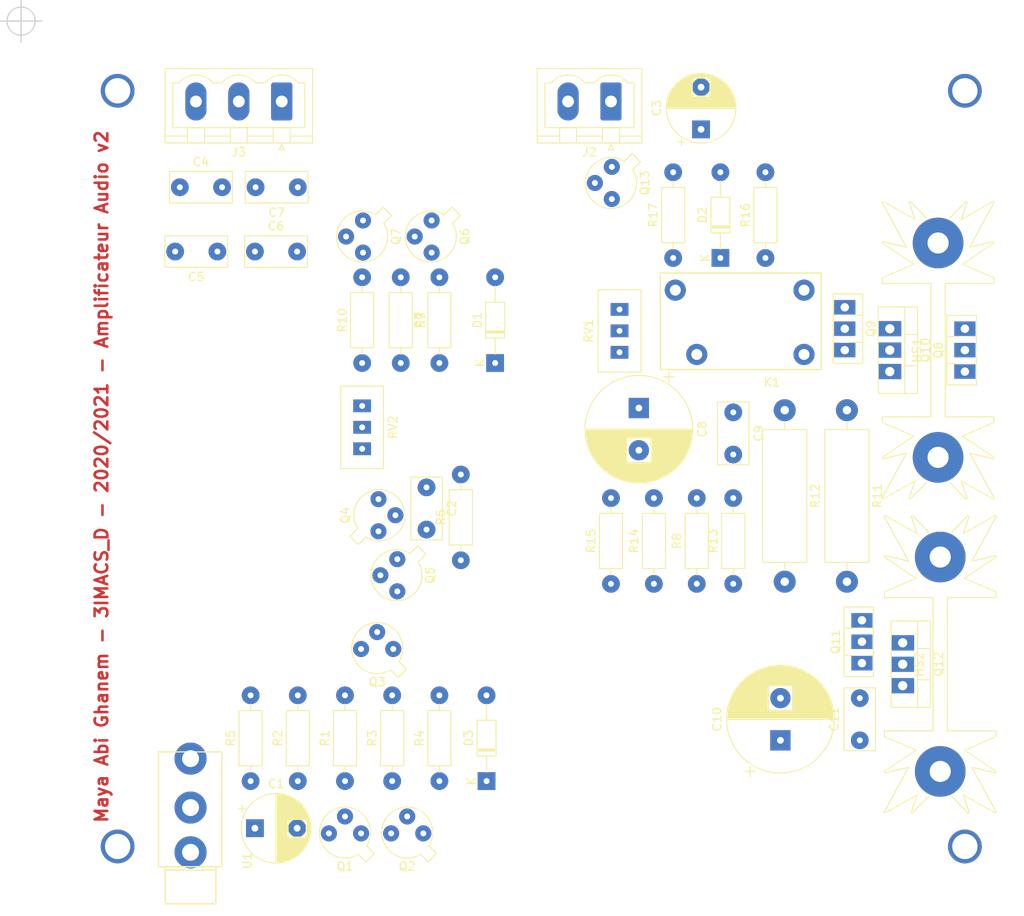
<source format=kicad_pcb>
(kicad_pcb (version 20171130) (host pcbnew 5.0.2-bee76a0~70~ubuntu18.04.1)
  (layers (0 F.Cu signal) (31 B.Cu signal) (34 B.Paste user) (35 F.Paste user) (36 B.SilkS user) (37 F.SilkS user) (38 B.Mask user) (39 F.Mask user) (44 Edge.Cuts user))
  (net 0 "")
  (net 1 "Net-(C1-Pad2)")
  (net 2 "Net-(C1-Pad1)")
  (net 3 "Net-(C2-Pad1)")
  (net 4 "Net-(C2-Pad2)")
  (net 5 "Net-(C3-Pad1)")
  (net 6 -12V)
  (net 7 GND)
  (net 8 +12V)
  (net 9 "Net-(D1-Pad2)")
  (net 10 "Net-(D2-Pad1)")
  (net 11 "Net-(D3-Pad2)")
  (net 12 "Net-(J2-Pad2)")
  (net 13 "Net-(K1-Padc1)")
  (net 14 "Net-(Q1-Pad1)")
  (net 15 "Net-(Q2-Pad3)")
  (net 16 "Net-(Q2-Pad2)")
  (net 17 "Net-(Q3-Pad1)")
  (net 18 "Net-(Q4-Pad1)")
  (net 19 "Net-(Q5-Pad1)")
  (net 20 "Net-(Q6-Pad1)")
  (net 21 "Net-(Q6-Pad2)")
  (net 22 "Net-(Q6-Pad3)")
  (net 23 "Net-(Q7-Pad1)")
  (net 24 "Net-(Q8-Pad3)")
  (net 25 "Net-(Q10-Pad2)")
  (net 26 "Net-(Q10-Pad1)")
  (net 27 "Net-(Q11-Pad2)")
  (net 28 "Net-(Q11-Pad1)")
  (net 29 "Net-(R8-Pad2)")
  (net 30 "Net-(R10-Pad1)")
  (net 31 "Net-(U1-PadTN)")
  (module CmpAmpliAudio:CP_Radial_D8.0mm_P5.00mm (layer F.Cu) (at 53.086 134.366)
    (fp_text reference C1 (at 2.5 -5.25) (layer F.SilkS))
    (fp_text value 47u)
    (pad 2 thru_hole circle (at 5 0) (size 2.1 2.1) (drill 0.8) (layers *.Cu *.Mask) (net 1 "Net-(C1-Pad2)"))
    (pad 1 thru_hole rect (at 0 0) (size 2.1 2.1) (drill 0.8) (layers *.Cu *.Mask) (net 2 "Net-(C1-Pad1)"))
  )
  (module CmpAmpliAudio:C_Rect_L7.2mm_W3.5mm_P5.00mm_FKS2_FKP2_MKS2_MKP2 (layer F.Cu) (at 73.406 93.98 270)
    (fp_text reference C2 (at 2.5 -3 270) (layer F.SilkS))
    (fp_text value C)
    (pad 1 thru_hole circle (at 0 0 270) (size 2.1 2.1) (drill 0.7) (layers *.Cu *.Mask) (net 3 "Net-(C2-Pad1)"))
    (pad 2 thru_hole circle (at 5 0 270) (size 2.1 2.1) (drill 0.7) (layers *.Cu *.Mask) (net 4 "Net-(C2-Pad2)"))
  )
  (module CmpAmpliAudio:CP_Radial_D8.0mm_P5.00mm (layer F.Cu) (at 105.918 51.562 90)
    (fp_text reference C3 (at 2.5 -5.25 90) (layer F.SilkS))
    (fp_text value 47u)
    (pad 1 thru_hole rect (at 0 0 90) (size 2.1 2.1) (drill 0.8) (layers *.Cu *.Mask) (net 5 "Net-(C3-Pad1)"))
    (pad 2 thru_hole circle (at 5 0 90) (size 2.1 2.1) (drill 0.8) (layers *.Cu *.Mask) (net 6 -12V))
  )
  (module CmpAmpliAudio:C_Rect_L7.2mm_W3.5mm_P5.00mm_FKS2_FKP2_MKS2_MKP2 (layer F.Cu) (at 44.196 58.42)
    (fp_text reference C4 (at 2.5 -3) (layer F.SilkS))
    (fp_text value 10u)
    (pad 2 thru_hole circle (at 5 0) (size 2.1 2.1) (drill 0.7) (layers *.Cu *.Mask) (net 7 GND))
    (pad 1 thru_hole circle (at 0 0) (size 2.1 2.1) (drill 0.7) (layers *.Cu *.Mask) (net 8 +12V))
  )
  (module CmpAmpliAudio:C_Rect_L7.2mm_W3.5mm_P5.00mm_FKS2_FKP2_MKS2_MKP2 (layer F.Cu) (at 48.641 66.04 180)
    (fp_text reference C5 (at 2.5 -3 180) (layer F.SilkS))
    (fp_text value 100n)
    (pad 1 thru_hole circle (at 0 0 180) (size 2.1 2.1) (drill 0.7) (layers *.Cu *.Mask) (net 7 GND))
    (pad 2 thru_hole circle (at 5 0 180) (size 2.1 2.1) (drill 0.7) (layers *.Cu *.Mask) (net 8 +12V))
  )
  (module CmpAmpliAudio:C_Rect_L7.2mm_W3.5mm_P5.00mm_FKS2_FKP2_MKS2_MKP2 (layer F.Cu) (at 53.086 66.04)
    (fp_text reference C6 (at 2.5 -3) (layer F.SilkS))
    (fp_text value 10u)
    (pad 1 thru_hole circle (at 0 0) (size 2.1 2.1) (drill 0.7) (layers *.Cu *.Mask) (net 7 GND))
    (pad 2 thru_hole circle (at 5 0) (size 2.1 2.1) (drill 0.7) (layers *.Cu *.Mask) (net 6 -12V))
  )
  (module CmpAmpliAudio:C_Rect_L7.2mm_W3.5mm_P5.00mm_FKS2_FKP2_MKS2_MKP2 (layer F.Cu) (at 58.166 58.42 180)
    (fp_text reference C7 (at 2.5 -3 180) (layer F.SilkS))
    (fp_text value 100n)
    (pad 2 thru_hole circle (at 5 0 180) (size 2.1 2.1) (drill 0.7) (layers *.Cu *.Mask) (net 7 GND))
    (pad 1 thru_hole circle (at 0 0 180) (size 2.1 2.1) (drill 0.7) (layers *.Cu *.Mask) (net 6 -12V))
  )
  (module CmpAmpliAudio:CP_Radial_D12.5mm_P5.00mm (layer F.Cu) (at 98.552 84.582 270)
    (fp_text reference C8 (at 2.5 -7.5 270) (layer F.SilkS))
    (fp_text value 470u)
    (pad 1 thru_hole rect (at 0 0 270) (size 2.4 2.4) (drill 0.8) (layers *.Cu *.Mask) (net 8 +12V))
    (pad 2 thru_hole circle (at 5 0 270) (size 2.4 2.4) (drill 0.8) (layers *.Cu *.Mask) (net 7 GND))
  )
  (module CmpAmpliAudio:C_Rect_L7.2mm_W3.5mm_P5.00mm_FKS2_FKP2_MKS2_MKP2 (layer F.Cu) (at 109.728 85.09 270)
    (fp_text reference C9 (at 2.5 -3 270) (layer F.SilkS))
    (fp_text value 100n)
    (pad 1 thru_hole circle (at 0 0 270) (size 2.1 2.1) (drill 0.7) (layers *.Cu *.Mask) (net 8 +12V))
    (pad 2 thru_hole circle (at 5 0 270) (size 2.1 2.1) (drill 0.7) (layers *.Cu *.Mask) (net 7 GND))
  )
  (module CmpAmpliAudio:CP_Radial_D12.5mm_P5.00mm (layer F.Cu) (at 115.316 123.952 90)
    (fp_text reference C10 (at 2.5 -7.5 90) (layer F.SilkS))
    (fp_text value 470u)
    (pad 2 thru_hole circle (at 5 0 90) (size 2.4 2.4) (drill 0.8) (layers *.Cu *.Mask) (net 6 -12V))
    (pad 1 thru_hole rect (at 0 0 90) (size 2.4 2.4) (drill 0.8) (layers *.Cu *.Mask) (net 7 GND))
  )
  (module CmpAmpliAudio:C_Rect_L7.2mm_W3.5mm_P5.00mm_FKS2_FKP2_MKS2_MKP2 (layer F.Cu) (at 124.714 123.952 90)
    (fp_text reference C11 (at 2.5 -3 90) (layer F.SilkS))
    (fp_text value C)
    (pad 2 thru_hole circle (at 5 0 90) (size 2.1 2.1) (drill 0.7) (layers *.Cu *.Mask) (net 6 -12V))
    (pad 1 thru_hole circle (at 0 0 90) (size 2.1 2.1) (drill 0.7) (layers *.Cu *.Mask) (net 7 GND))
  )
  (module CmpAmpliAudio:D_DO-35_SOD27_P10.16mm_Horizontal (layer F.Cu) (at 81.534 79.248 90)
    (fp_text reference D1 (at 5.08 -2.12 90) (layer F.SilkS))
    (fp_text value D)
    (fp_text user K (at 0 -1.8 90) (layer F.SilkS))
    (pad 1 thru_hole rect (at 0 0 90) (size 2.1 2.1) (drill 0.7) (layers *.Cu *.Mask) (net 8 +12V))
    (pad 2 thru_hole oval (at 10.16 0 90) (size 2.1 2.1) (drill 0.7) (layers *.Cu *.Mask) (net 9 "Net-(D1-Pad2)"))
  )
  (module CmpAmpliAudio:D_DO-35_SOD27_P10.16mm_Horizontal (layer F.Cu) (at 108.204 66.802 90)
    (fp_text reference D2 (at 5.08 -2.12 90) (layer F.SilkS))
    (fp_text value D)
    (fp_text user K (at 0 -1.8 90) (layer F.SilkS))
    (pad 2 thru_hole oval (at 10.16 0 90) (size 2.1 2.1) (drill 0.7) (layers *.Cu *.Mask) (net 5 "Net-(C3-Pad1)"))
    (pad 1 thru_hole rect (at 0 0 90) (size 2.1 2.1) (drill 0.7) (layers *.Cu *.Mask) (net 10 "Net-(D2-Pad1)"))
  )
  (module CmpAmpliAudio:D_DO-35_SOD27_P10.16mm_Horizontal (layer F.Cu) (at 80.518 128.778 90)
    (fp_text reference D3 (at 5.08 -2.12 90) (layer F.SilkS))
    (fp_text value D_Zener)
    (fp_text user K (at 0 -1.8 90) (layer F.SilkS))
    (pad 1 thru_hole rect (at 0 0 90) (size 2.1 2.1) (drill 0.7) (layers *.Cu *.Mask) (net 8 +12V))
    (pad 2 thru_hole oval (at 10.16 0 90) (size 2.1 2.1) (drill 0.7) (layers *.Cu *.Mask) (net 11 "Net-(D3-Pad2)"))
  )
  (module CmpAmpliAudio:Heatsink_Fischer_SK104-STC-STIC_35x13mm_2xDrill2.5mm (layer F.Cu) (at 133.985 77.724 90)
    (fp_text reference HS1 (at -0.025 -2.5 90) (layer F.SilkS))
    (fp_text value Heatsink)
    (pad 1 thru_hole circle (at 12.7 0 90) (size 6 6) (drill 2.5) (layers *.Cu *.Mask))
    (pad 1 thru_hole circle (at -12.7 0 270) (size 6 6) (drill 2.5) (layers *.Cu *.Mask))
  )
  (module CmpAmpliAudio:Heatsink_Fischer_SK104-STC-STIC_35x13mm_2xDrill2.5mm (layer F.Cu) (at 134.239 114.935 90)
    (fp_text reference HS2 (at -0.025 -2.5 90) (layer F.SilkS))
    (fp_text value Heatsink)
    (pad 1 thru_hole circle (at -12.7 0 270) (size 6 6) (drill 2.5) (layers *.Cu *.Mask))
    (pad 1 thru_hole circle (at 12.7 0 90) (size 6 6) (drill 2.5) (layers *.Cu *.Mask))
  )
  (module CmpAmpliAudio:PhoenixContact_MSTBVA_2,5_2-G-5,08_1x02_P5.08mm_Vertical (layer F.Cu) (at 95.25 48.26 180)
    (fp_text reference J2 (at 2.54 -6 180) (layer F.SilkS))
    (fp_text value Conn_01x02)
    (pad 1 thru_hole roundrect (at 0 0 180) (size 2.5 4.5) (drill 1.4) (layers *.Cu *.Mask) (roundrect_rratio 0.12) (net 7 GND))
    (pad 2 thru_hole oval (at 5.08 0 180) (size 2.5 4.5) (drill 1.4) (layers *.Cu *.Mask) (net 12 "Net-(J2-Pad2)"))
  )
  (module CmpAmpliAudio:PhoenixContact_MSTBVA_2,5_3-G-5,08_1x03_P5.08mm_Vertical (layer F.Cu) (at 56.261 48.26 180)
    (fp_text reference J3 (at 5.08 -6 180) (layer F.SilkS))
    (fp_text value Conn_01x03)
    (pad 1 thru_hole roundrect (at 0 0 180) (size 2.5 4.5) (drill 1.4) (layers *.Cu *.Mask) (roundrect_rratio 0.12) (net 6 -12V))
    (pad 2 thru_hole oval (at 5.08 0 180) (size 2.5 4.5) (drill 1.4) (layers *.Cu *.Mask) (net 7 GND))
    (pad 3 thru_hole oval (at 10.16 0 180) (size 2.5 4.5) (drill 1.4) (layers *.Cu *.Mask) (net 8 +12V))
  )
  (module be_elec_footprint:Relais_112LMH2 (layer F.Cu) (at 114.3 82.042 180)
    (fp_text reference K1 (at 0 0.5 180) (layer F.SilkS))
    (fp_text value Relay_1CT)
    (pad b1 thru_hole circle (at -3.81 3.81 180) (size 2.5 2.5) (drill 1.3) (layers *.Cu *.Mask) (net 9 "Net-(D1-Pad2)"))
    (pad c1 thru_hole circle (at -3.81 11.43 180) (size 2.5 2.5) (drill 1.3) (layers *.Cu *.Mask) (net 13 "Net-(K1-Padc1)"))
    (pad b2 thru_hole circle (at 8.89 3.81 180) (size 2.5 2.5) (drill 1.3) (layers *.Cu *.Mask) (net 8 +12V))
    (pad c2 thru_hole circle (at 11.43 11.43 180) (size 2.5 2.5) (drill 1.3) (layers *.Cu *.Mask) (net 12 "Net-(J2-Pad2)"))
  )
  (module CmpAmpliAudio:TO-18-3 (layer F.Cu) (at 65.024 134.874 180)
    (fp_text reference Q1 (at 1.27 -4.02 180) (layer F.SilkS))
    (fp_text value Q_PNP_EBC)
    (pad 1 thru_hole circle (at -0.635 -0.1 180) (size 1.9 1.9) (drill 0.7) (layers *.Cu *.Mask) (net 14 "Net-(Q1-Pad1)"))
    (pad 2 thru_hole circle (at 1.27 1.905 180) (size 1.9 1.9) (drill 0.7) (layers *.Cu *.Mask) (net 2 "Net-(C1-Pad1)"))
    (pad 3 thru_hole circle (at 3.175 -0.1 180) (size 1.9 1.9) (drill 0.7) (layers *.Cu *.Mask) (net 4 "Net-(C2-Pad2)"))
  )
  (module CmpAmpliAudio:TO-18-3 (layer F.Cu) (at 72.39 134.874 180)
    (fp_text reference Q2 (at 1.27 -4.02 180) (layer F.SilkS))
    (fp_text value Q_PNP_EBC)
    (pad 3 thru_hole circle (at 3.175 -0.1 180) (size 1.9 1.9) (drill 0.7) (layers *.Cu *.Mask) (net 15 "Net-(Q2-Pad3)"))
    (pad 2 thru_hole circle (at 1.27 1.905 180) (size 1.9 1.9) (drill 0.7) (layers *.Cu *.Mask) (net 16 "Net-(Q2-Pad2)"))
    (pad 1 thru_hole circle (at -0.635 -0.1 180) (size 1.9 1.9) (drill 0.7) (layers *.Cu *.Mask) (net 14 "Net-(Q1-Pad1)"))
  )
  (module CmpAmpliAudio:TO-18-3 (layer F.Cu) (at 68.834 113.03 180)
    (fp_text reference Q3 (at 1.27 -4.02 180) (layer F.SilkS))
    (fp_text value Q_PNP_EBC)
    (pad 3 thru_hole circle (at 3.175 -0.1 180) (size 1.9 1.9) (drill 0.7) (layers *.Cu *.Mask) (net 14 "Net-(Q1-Pad1)"))
    (pad 2 thru_hole circle (at 1.27 1.905 180) (size 1.9 1.9) (drill 0.7) (layers *.Cu *.Mask) (net 11 "Net-(D3-Pad2)"))
    (pad 1 thru_hole circle (at -0.635 -0.1 180) (size 1.9 1.9) (drill 0.7) (layers *.Cu *.Mask) (net 17 "Net-(Q3-Pad1)"))
  )
  (module CmpAmpliAudio:TO-18-3 (layer F.Cu) (at 67.818 98.552 90)
    (fp_text reference Q4 (at 1.27 -4.02 90) (layer F.SilkS))
    (fp_text value Q_NPN_EBC)
    (pad 3 thru_hole circle (at 3.175 -0.1 90) (size 1.9 1.9) (drill 0.7) (layers *.Cu *.Mask) (net 3 "Net-(C2-Pad1)"))
    (pad 2 thru_hole circle (at 1.27 1.905 90) (size 1.9 1.9) (drill 0.7) (layers *.Cu *.Mask) (net 4 "Net-(C2-Pad2)"))
    (pad 1 thru_hole circle (at -0.635 -0.1 90) (size 1.9 1.9) (drill 0.7) (layers *.Cu *.Mask) (net 18 "Net-(Q4-Pad1)"))
  )
  (module CmpAmpliAudio:TO-18-3 (layer F.Cu) (at 69.85 103.124 270)
    (fp_text reference Q5 (at 1.27 -4.02 270) (layer F.SilkS))
    (fp_text value Q_NPN_EBC)
    (pad 1 thru_hole circle (at -0.635 -0.1 270) (size 1.9 1.9) (drill 0.7) (layers *.Cu *.Mask) (net 19 "Net-(Q5-Pad1)"))
    (pad 2 thru_hole circle (at 1.27 1.905 270) (size 1.9 1.9) (drill 0.7) (layers *.Cu *.Mask) (net 18 "Net-(Q4-Pad1)"))
    (pad 3 thru_hole circle (at 3.175 -0.1 270) (size 1.9 1.9) (drill 0.7) (layers *.Cu *.Mask) (net 3 "Net-(C2-Pad1)"))
  )
  (module CmpAmpliAudio:TO-18-3 (layer F.Cu) (at 73.914 62.992 270)
    (fp_text reference Q6 (at 1.27 -4.02 270) (layer F.SilkS))
    (fp_text value Q_PNP_EBC)
    (pad 1 thru_hole circle (at -0.635 -0.1 270) (size 1.9 1.9) (drill 0.7) (layers *.Cu *.Mask) (net 20 "Net-(Q6-Pad1)"))
    (pad 2 thru_hole circle (at 1.27 1.905 270) (size 1.9 1.9) (drill 0.7) (layers *.Cu *.Mask) (net 21 "Net-(Q6-Pad2)"))
    (pad 3 thru_hole circle (at 3.175 -0.1 270) (size 1.9 1.9) (drill 0.7) (layers *.Cu *.Mask) (net 22 "Net-(Q6-Pad3)"))
  )
  (module CmpAmpliAudio:TO-18-3 (layer F.Cu) (at 65.786 62.992 270)
    (fp_text reference Q7 (at 1.27 -4.02 270) (layer F.SilkS))
    (fp_text value Q_PNP_EBC)
    (pad 1 thru_hole circle (at -0.635 -0.1 270) (size 1.9 1.9) (drill 0.7) (layers *.Cu *.Mask) (net 23 "Net-(Q7-Pad1)"))
    (pad 2 thru_hole circle (at 1.27 1.905 270) (size 1.9 1.9) (drill 0.7) (layers *.Cu *.Mask) (net 21 "Net-(Q6-Pad2)"))
    (pad 3 thru_hole circle (at 3.175 -0.1 270) (size 1.9 1.9) (drill 0.7) (layers *.Cu *.Mask) (net 21 "Net-(Q6-Pad2)"))
  )
  (module CmpAmpliAudio:TO-126-3_Vertical (layer F.Cu) (at 137.16 80.264 90)
    (fp_text reference Q8 (at 2.54 -3.12 90) (layer F.SilkS))
    (fp_text value Q_NPN_ECB)
    (pad 1 thru_hole rect (at 0 0 90) (size 1.7 2.5) (drill 1) (layers *.Cu *.Mask) (net 3 "Net-(C2-Pad1)"))
    (pad 2 thru_hole rect (at 2.54 0 90) (size 1.7 2.5) (drill 1) (layers *.Cu *.Mask) (net 22 "Net-(Q6-Pad3)"))
    (pad 3 thru_hole rect (at 5.08 0 90) (size 1.7 2.5) (drill 1) (layers *.Cu *.Mask) (net 24 "Net-(Q8-Pad3)"))
  )
  (module CmpAmpliAudio:TO-126-3_Vertical (layer F.Cu) (at 122.936 72.644 270)
    (fp_text reference Q9 (at 2.54 -3.12 270) (layer F.SilkS))
    (fp_text value Q_NPN_ECB)
    (pad 1 thru_hole rect (at 0 0 270) (size 1.7 2.5) (drill 1) (layers *.Cu *.Mask) (net 25 "Net-(Q10-Pad2)"))
    (pad 2 thru_hole rect (at 2.54 0 270) (size 1.7 2.5) (drill 1) (layers *.Cu *.Mask) (net 26 "Net-(Q10-Pad1)"))
    (pad 3 thru_hole rect (at 5.08 0 270) (size 1.7 2.5) (drill 1) (layers *.Cu *.Mask) (net 22 "Net-(Q6-Pad3)"))
  )
  (module CmpAmpliAudio:TO-220-3_Vertical (layer F.Cu) (at 128.27 75.184 270)
    (fp_text reference Q10 (at 2.54 -4.27 270) (layer F.SilkS))
    (fp_text value Q_PNP_BCE)
    (pad 1 thru_hole rect (at 0 0 270) (size 1.8 2.7) (drill 1.1) (layers *.Cu *.Mask) (net 26 "Net-(Q10-Pad1)"))
    (pad 2 thru_hole rect (at 2.54 0 270) (size 1.8 2.7) (drill 1.1) (layers *.Cu *.Mask) (net 25 "Net-(Q10-Pad2)"))
    (pad 3 thru_hole rect (at 5.08 0 270) (size 1.8 2.7) (drill 1.1) (layers *.Cu *.Mask) (net 8 +12V))
  )
  (module CmpAmpliAudio:TO-126-3_Vertical (layer F.Cu) (at 124.968 114.808 90)
    (fp_text reference Q11 (at 2.54 -3.12 90) (layer F.SilkS))
    (fp_text value BC636)
    (pad 3 thru_hole rect (at 5.08 0 90) (size 1.7 2.5) (drill 1) (layers *.Cu *.Mask) (net 3 "Net-(C2-Pad1)"))
    (pad 2 thru_hole rect (at 2.54 0 90) (size 1.7 2.5) (drill 1) (layers *.Cu *.Mask) (net 27 "Net-(Q11-Pad2)"))
    (pad 1 thru_hole rect (at 0 0 90) (size 1.7 2.5) (drill 1) (layers *.Cu *.Mask) (net 28 "Net-(Q11-Pad1)"))
  )
  (module CmpAmpliAudio:TO-220-3_Vertical (layer F.Cu) (at 129.794 112.395 270)
    (fp_text reference Q12 (at 2.54 -4.27 270) (layer F.SilkS))
    (fp_text value Q_NPN_BCE)
    (pad 3 thru_hole rect (at 5.08 0 270) (size 1.8 2.7) (drill 1.1) (layers *.Cu *.Mask) (net 6 -12V))
    (pad 2 thru_hole rect (at 2.54 0 270) (size 1.8 2.7) (drill 1.1) (layers *.Cu *.Mask) (net 28 "Net-(Q11-Pad1)"))
    (pad 1 thru_hole rect (at 0 0 270) (size 1.8 2.7) (drill 1.1) (layers *.Cu *.Mask) (net 27 "Net-(Q11-Pad2)"))
  )
  (module CmpAmpliAudio:TO-18-3 (layer F.Cu) (at 95.25 56.642 270)
    (fp_text reference Q13 (at 1.27 -4.02 270) (layer F.SilkS))
    (fp_text value Q_NPN_EBC)
    (pad 3 thru_hole circle (at 3.175 -0.1 270) (size 1.9 1.9) (drill 0.7) (layers *.Cu *.Mask) (net 9 "Net-(D1-Pad2)"))
    (pad 2 thru_hole circle (at 1.27 1.905 270) (size 1.9 1.9) (drill 0.7) (layers *.Cu *.Mask) (net 10 "Net-(D2-Pad1)"))
    (pad 1 thru_hole circle (at -0.635 -0.1 270) (size 1.9 1.9) (drill 0.7) (layers *.Cu *.Mask) (net 7 GND))
  )
  (module CmpAmpliAudio:R_Axial_DIN0207_L6.3mm_D2.5mm_P10.16mm_Horizontal (layer F.Cu) (at 63.754 128.778 90)
    (fp_text reference R1 (at 5.08 -2.37 90) (layer F.SilkS))
    (fp_text value R)
    (pad 1 thru_hole circle (at 0 0 90) (size 2.1 2.1) (drill 0.7) (layers *.Cu *.Mask) (net 2 "Net-(C1-Pad1)"))
    (pad 2 thru_hole circle (at 10.16 0 90) (size 2.1 2.1) (drill 0.7) (layers *.Cu *.Mask) (net 7 GND))
  )
  (module CmpAmpliAudio:R_Axial_DIN0207_L6.3mm_D2.5mm_P10.16mm_Horizontal (layer F.Cu) (at 58.166 128.778 90)
    (fp_text reference R2 (at 5.08 -2.37 90) (layer F.SilkS))
    (fp_text value R)
    (pad 1 thru_hole circle (at 0 0 90) (size 2.1 2.1) (drill 0.7) (layers *.Cu *.Mask) (net 4 "Net-(C2-Pad2)"))
    (pad 2 thru_hole circle (at 10.16 0 90) (size 2.1 2.1) (drill 0.7) (layers *.Cu *.Mask) (net 6 -12V))
  )
  (module CmpAmpliAudio:R_Axial_DIN0207_L6.3mm_D2.5mm_P10.16mm_Horizontal (layer F.Cu) (at 69.342 128.778 90)
    (fp_text reference R3 (at 5.08 -2.37 90) (layer F.SilkS))
    (fp_text value R)
    (pad 2 thru_hole circle (at 10.16 0 90) (size 2.1 2.1) (drill 0.7) (layers *.Cu *.Mask) (net 6 -12V))
    (pad 1 thru_hole circle (at 0 0 90) (size 2.1 2.1) (drill 0.7) (layers *.Cu *.Mask) (net 15 "Net-(Q2-Pad3)"))
  )
  (module CmpAmpliAudio:R_Axial_DIN0207_L6.3mm_D2.5mm_P10.16mm_Horizontal (layer F.Cu) (at 74.93 128.778 90)
    (fp_text reference R4 (at 5.08 -2.37 90) (layer F.SilkS))
    (fp_text value R)
    (pad 2 thru_hole circle (at 10.16 0 90) (size 2.1 2.1) (drill 0.7) (layers *.Cu *.Mask) (net 17 "Net-(Q3-Pad1)"))
    (pad 1 thru_hole circle (at 0 0 90) (size 2.1 2.1) (drill 0.7) (layers *.Cu *.Mask) (net 8 +12V))
  )
  (module CmpAmpliAudio:R_Axial_DIN0207_L6.3mm_D2.5mm_P10.16mm_Horizontal (layer F.Cu) (at 52.578 128.778 90)
    (fp_text reference R5 (at 5.08 -2.37 90) (layer F.SilkS))
    (fp_text value R)
    (pad 2 thru_hole circle (at 10.16 0 90) (size 2.1 2.1) (drill 0.7) (layers *.Cu *.Mask) (net 11 "Net-(D3-Pad2)"))
    (pad 1 thru_hole circle (at 0 0 90) (size 2.1 2.1) (drill 0.7) (layers *.Cu *.Mask) (net 7 GND))
  )
  (module CmpAmpliAudio:R_Axial_DIN0207_L6.3mm_D2.5mm_P10.16mm_Horizontal (layer F.Cu) (at 77.47 102.616 90)
    (fp_text reference R6 (at 5.08 -2.37 90) (layer F.SilkS))
    (fp_text value R)
    (pad 1 thru_hole circle (at 0 0 90) (size 2.1 2.1) (drill 0.7) (layers *.Cu *.Mask) (net 19 "Net-(Q5-Pad1)"))
    (pad 2 thru_hole circle (at 10.16 0 90) (size 2.1 2.1) (drill 0.7) (layers *.Cu *.Mask) (net 6 -12V))
  )
  (module CmpAmpliAudio:R_Axial_DIN0207_L6.3mm_D2.5mm_P10.16mm_Horizontal (layer F.Cu) (at 74.93 79.248 90)
    (fp_text reference R7 (at 5.08 -2.37 90) (layer F.SilkS))
    (fp_text value R)
    (pad 1 thru_hole circle (at 0 0 90) (size 2.1 2.1) (drill 0.7) (layers *.Cu *.Mask) (net 8 +12V))
    (pad 2 thru_hole circle (at 10.16 0 90) (size 2.1 2.1) (drill 0.7) (layers *.Cu *.Mask) (net 20 "Net-(Q6-Pad1)"))
  )
  (module CmpAmpliAudio:R_Axial_DIN0207_L6.3mm_D2.5mm_P10.16mm_Horizontal (layer F.Cu) (at 105.41 105.41 90)
    (fp_text reference R8 (at 5.08 -2.37 90) (layer F.SilkS))
    (fp_text value R)
    (pad 2 thru_hole circle (at 10.16 0 90) (size 2.1 2.1) (drill 0.7) (layers *.Cu *.Mask) (net 29 "Net-(R8-Pad2)"))
    (pad 1 thru_hole circle (at 0 0 90) (size 2.1 2.1) (drill 0.7) (layers *.Cu *.Mask) (net 3 "Net-(C2-Pad1)"))
  )
  (module CmpAmpliAudio:R_Axial_DIN0207_L6.3mm_D2.5mm_P10.16mm_Horizontal (layer F.Cu) (at 70.358 69.088 270)
    (fp_text reference R9 (at 5.08 -2.37 270) (layer F.SilkS))
    (fp_text value R)
    (pad 1 thru_hole circle (at 0 0 270) (size 2.1 2.1) (drill 0.7) (layers *.Cu *.Mask) (net 23 "Net-(Q7-Pad1)"))
    (pad 2 thru_hole circle (at 10.16 0 270) (size 2.1 2.1) (drill 0.7) (layers *.Cu *.Mask) (net 8 +12V))
  )
  (module CmpAmpliAudio:R_Axial_DIN0207_L6.3mm_D2.5mm_P10.16mm_Horizontal (layer F.Cu) (at 65.786 79.248 90)
    (fp_text reference R10 (at 5.08 -2.37 90) (layer F.SilkS))
    (fp_text value R)
    (pad 1 thru_hole circle (at 0 0 90) (size 2.1 2.1) (drill 0.7) (layers *.Cu *.Mask) (net 30 "Net-(R10-Pad1)"))
    (pad 2 thru_hole circle (at 10.16 0 90) (size 2.1 2.1) (drill 0.7) (layers *.Cu *.Mask) (net 21 "Net-(Q6-Pad2)"))
  )
  (module CmpAmpliAudio:R_Axial_DIN0516_L15.5mm_D5.0mm_P20.32mm_Horizontal (layer F.Cu) (at 123.19 84.836 270)
    (fp_text reference R11 (at 10.16 -3.62 270) (layer F.SilkS))
    (fp_text value R)
    (pad 2 thru_hole oval (at 20.32 0 270) (size 2.6 2.6) (drill 1) (layers *.Cu *.Mask) (net 13 "Net-(K1-Padc1)"))
    (pad 1 thru_hole circle (at 0 0 270) (size 2.6 2.6) (drill 1) (layers *.Cu *.Mask) (net 25 "Net-(Q10-Pad2)"))
  )
  (module CmpAmpliAudio:R_Axial_DIN0516_L15.5mm_D5.0mm_P20.32mm_Horizontal (layer F.Cu) (at 115.824 84.836 270)
    (fp_text reference R12 (at 10.16 -3.62 270) (layer F.SilkS))
    (fp_text value R)
    (pad 1 thru_hole circle (at 0 0 270) (size 2.6 2.6) (drill 1) (layers *.Cu *.Mask) (net 13 "Net-(K1-Padc1)"))
    (pad 2 thru_hole oval (at 20.32 0 270) (size 2.6 2.6) (drill 1) (layers *.Cu *.Mask) (net 28 "Net-(Q11-Pad1)"))
  )
  (module CmpAmpliAudio:R_Axial_DIN0207_L6.3mm_D2.5mm_P10.16mm_Horizontal (layer F.Cu) (at 109.728 105.41 90)
    (fp_text reference R13 (at 5.08 -2.37 90) (layer F.SilkS))
    (fp_text value R)
    (pad 2 thru_hole circle (at 10.16 0 90) (size 2.1 2.1) (drill 0.7) (layers *.Cu *.Mask) (net 7 GND))
    (pad 1 thru_hole circle (at 0 0 90) (size 2.1 2.1) (drill 0.7) (layers *.Cu *.Mask) (net 13 "Net-(K1-Padc1)"))
  )
  (module CmpAmpliAudio:R_Axial_DIN0207_L6.3mm_D2.5mm_P10.16mm_Horizontal (layer F.Cu) (at 100.33 105.41 90)
    (fp_text reference R14 (at 5.08 -2.37 90) (layer F.SilkS))
    (fp_text value R)
    (pad 2 thru_hole circle (at 10.16 0 90) (size 2.1 2.1) (drill 0.7) (layers *.Cu *.Mask) (net 7 GND))
    (pad 1 thru_hole circle (at 0 0 90) (size 2.1 2.1) (drill 0.7) (layers *.Cu *.Mask) (net 13 "Net-(K1-Padc1)"))
  )
  (module CmpAmpliAudio:R_Axial_DIN0207_L6.3mm_D2.5mm_P10.16mm_Horizontal (layer F.Cu) (at 95.25 105.41 90)
    (fp_text reference R15 (at 5.08 -2.37 90) (layer F.SilkS))
    (fp_text value R)
    (pad 1 thru_hole circle (at 0 0 90) (size 2.1 2.1) (drill 0.7) (layers *.Cu *.Mask) (net 16 "Net-(Q2-Pad2)"))
    (pad 2 thru_hole circle (at 10.16 0 90) (size 2.1 2.1) (drill 0.7) (layers *.Cu *.Mask) (net 7 GND))
  )
  (module CmpAmpliAudio:R_Axial_DIN0207_L6.3mm_D2.5mm_P10.16mm_Horizontal (layer F.Cu) (at 113.538 66.802 90)
    (fp_text reference R16 (at 5.08 -2.37 90) (layer F.SilkS))
    (fp_text value R)
    (pad 1 thru_hole circle (at 0 0 90) (size 2.1 2.1) (drill 0.7) (layers *.Cu *.Mask) (net 8 +12V))
    (pad 2 thru_hole circle (at 10.16 0 90) (size 2.1 2.1) (drill 0.7) (layers *.Cu *.Mask) (net 5 "Net-(C3-Pad1)"))
  )
  (module CmpAmpliAudio:R_Axial_DIN0207_L6.3mm_D2.5mm_P10.16mm_Horizontal (layer F.Cu) (at 102.616 66.802 90)
    (fp_text reference R17 (at 5.08 -2.37 90) (layer F.SilkS))
    (fp_text value R)
    (pad 2 thru_hole circle (at 10.16 0 90) (size 2.1 2.1) (drill 0.7) (layers *.Cu *.Mask) (net 7 GND))
    (pad 1 thru_hole circle (at 0 0 90) (size 2.1 2.1) (drill 0.7) (layers *.Cu *.Mask) (net 10 "Net-(D2-Pad1)"))
  )
  (module CmpAmpliAudio:Potentiometer_Bourns_3296W_Vertical (layer F.Cu) (at 96.266 72.898 90)
    (fp_text reference RV1 (at -2.54 -3.66 90) (layer F.SilkS))
    (fp_text value R_POT)
    (pad 1 thru_hole rect (at 0 0 90) (size 1.5 2.1) (drill 0.7) (layers *.Cu *.Mask) (net 22 "Net-(Q6-Pad3)"))
    (pad 2 thru_hole rect (at -2.54 0 90) (size 1.5 2.1) (drill 0.7) (layers *.Cu *.Mask) (net 24 "Net-(Q8-Pad3)"))
    (pad 3 thru_hole rect (at -5.08 0 90) (size 1.5 2.1) (drill 0.7) (layers *.Cu *.Mask) (net 29 "Net-(R8-Pad2)"))
  )
  (module CmpAmpliAudio:Potentiometer_Bourns_3296W_Vertical (layer F.Cu) (at 65.786 89.408 270)
    (fp_text reference RV2 (at -2.54 -3.66 270) (layer F.SilkS))
    (fp_text value R_POT)
    (pad 3 thru_hole rect (at -5.08 0 270) (size 1.5 2.1) (drill 0.7) (layers *.Cu *.Mask) (net 30 "Net-(R10-Pad1)"))
    (pad 2 thru_hole rect (at -2.54 0 270) (size 1.5 2.1) (drill 0.7) (layers *.Cu *.Mask) (net 30 "Net-(R10-Pad1)"))
    (pad 1 thru_hole rect (at 0 0 270) (size 1.5 2.1) (drill 0.7) (layers *.Cu *.Mask) (net 7 GND))
  )
  (module CmpAmpliAudio:Jack_35RAPC2AV (layer F.Cu) (at 45.466 139.319 90)
    (fp_text reference U1 (at 1.1 6.7 90) (layer F.SilkS))
    (fp_text value Jack_Mono)
    (pad TN thru_hole circle (at 13.2 0 90) (size 3.8 3.8) (drill 2) (layers *.Cu *.Mask) (net 31 "Net-(U1-PadTN)"))
    (pad G thru_hole circle (at 2.1 0 90) (size 3.8 3.8) (drill 2) (layers *.Cu *.Mask) (net 7 GND))
    (pad T thru_hole circle (at 7.4 0 90) (size 3.8 3.8) (drill 2) (layers *.Cu *.Mask) (net 1 "Net-(C1-Pad2)"))
  )
  (target plus (at 25.4 38.735) (size 5) (width 0.15) (layer Edge.Cuts))
  (gr_text "Maya Abi Ghanem - 3IMACS_D - 2020/2021 - Amplificateur Audio v2\n" (at 34.925 92.71 90) (layer F.Cu) (effects (font (size 1.5 1.5) (thickness 0.3))))
  (via (at 36.83 46.99) (size 4) (drill 3) (layers F.Cu B.Cu) (net 0))
  (via (at 36.83 136.525) (size 4) (drill 3) (layers F.Cu B.Cu) (net 0))
  (via (at 137.16 136.525) (size 4) (drill 3) (layers F.Cu B.Cu) (net 0))
  (via (at 137.16 46.99) (size 4) (drill 3) (layers F.Cu B.Cu) (net 0))
)
</source>
